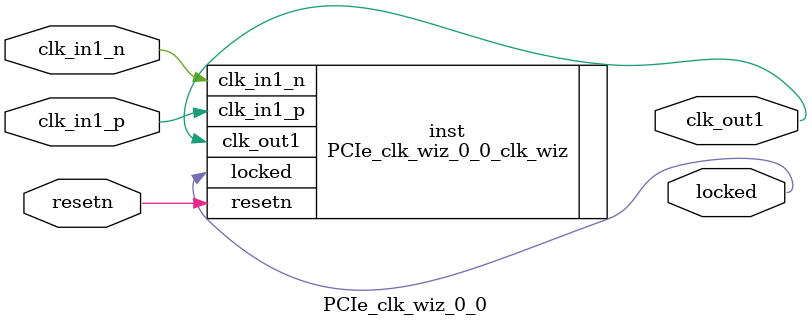
<source format=v>


`timescale 1ps/1ps

(* CORE_GENERATION_INFO = "PCIe_clk_wiz_0_0,clk_wiz_v6_0_15_0_0,{component_name=PCIe_clk_wiz_0_0,use_phase_alignment=true,use_min_o_jitter=false,use_max_i_jitter=false,use_dyn_phase_shift=false,use_inclk_switchover=false,use_dyn_reconfig=false,enable_axi=0,feedback_source=FDBK_AUTO,PRIMITIVE=MMCM,num_out_clk=1,clkin1_period=5.000,clkin2_period=10.0,use_power_down=false,use_reset=true,use_locked=true,use_inclk_stopped=false,feedback_type=SINGLE,CLOCK_MGR_TYPE=NA,manual_override=false}" *)

module PCIe_clk_wiz_0_0 
 (
  // Clock out ports
  output        clk_out1,
  // Status and control signals
  input         resetn,
  output        locked,
 // Clock in ports
  input         clk_in1_p,
  input         clk_in1_n
 );

  PCIe_clk_wiz_0_0_clk_wiz inst
  (
  // Clock out ports  
  .clk_out1(clk_out1),
  // Status and control signals               
  .resetn(resetn), 
  .locked(locked),
 // Clock in ports
  .clk_in1_p(clk_in1_p),
  .clk_in1_n(clk_in1_n)
  );

endmodule

</source>
